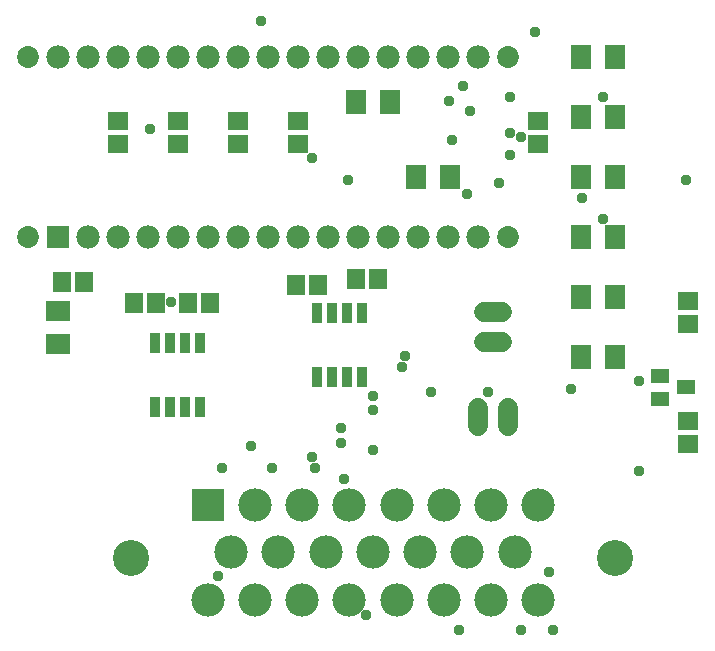
<source format=gbr>
G04 EAGLE Gerber X2 export*
%TF.Part,Single*%
%TF.FileFunction,Soldermask,Top,1*%
%TF.FilePolarity,Negative*%
%TF.GenerationSoftware,Autodesk,EAGLE,9.1.3*%
%TF.CreationDate,2020-03-05T03:51:44Z*%
G75*
%MOMM*%
%FSLAX34Y34*%
%LPD*%
%AMOC8*
5,1,8,0,0,1.08239X$1,22.5*%
G01*
%ADD10R,1.803200X2.006200*%
%ADD11C,1.727200*%
%ADD12R,1.981200X1.981200*%
%ADD13C,1.981200*%
%ADD14C,1.854200*%
%ADD15R,1.803200X1.503200*%
%ADD16R,1.703200X1.503200*%
%ADD17R,1.803200X2.003200*%
%ADD18C,3.053200*%
%ADD19R,2.828200X2.828200*%
%ADD20C,2.828200*%
%ADD21R,1.603200X1.203200*%
%ADD22R,2.006200X1.803200*%
%ADD23R,1.503200X1.703200*%
%ADD24R,0.903200X1.728200*%
%ADD25C,0.959600*%


D10*
X481080Y330200D03*
X509520Y330200D03*
X481080Y279400D03*
X509520Y279400D03*
X481080Y228600D03*
X509520Y228600D03*
X481080Y177800D03*
X509520Y177800D03*
D11*
X414020Y139700D02*
X398780Y139700D01*
X398780Y165100D02*
X414020Y165100D01*
X419100Y83820D02*
X419100Y68580D01*
X393700Y68580D02*
X393700Y83820D01*
D10*
X481080Y127000D03*
X509520Y127000D03*
D12*
X38100Y228600D03*
D13*
X63500Y228600D03*
X88900Y228600D03*
X114300Y228600D03*
X139700Y228600D03*
X165100Y228600D03*
X190500Y228600D03*
X215900Y228600D03*
X241300Y228600D03*
X266700Y228600D03*
X292100Y228600D03*
X317500Y228600D03*
X342900Y228600D03*
X368300Y228600D03*
X393700Y228600D03*
X38100Y381000D03*
X63500Y381000D03*
X88900Y381000D03*
X114300Y381000D03*
X139700Y381000D03*
X165100Y381000D03*
X190500Y381000D03*
X215900Y381000D03*
X241300Y381000D03*
X266700Y381000D03*
X292100Y381000D03*
X317500Y381000D03*
X342900Y381000D03*
X368300Y381000D03*
X393700Y381000D03*
D14*
X419100Y228600D03*
X419100Y381000D03*
X12700Y381000D03*
X12700Y228600D03*
D10*
X481080Y381000D03*
X509520Y381000D03*
D15*
X444500Y308000D03*
X444500Y327000D03*
D16*
X88900Y308000D03*
X88900Y327000D03*
X139700Y308000D03*
X139700Y327000D03*
X190500Y308000D03*
X190500Y327000D03*
X241300Y308000D03*
X241300Y327000D03*
D17*
X318800Y342900D03*
X290800Y342900D03*
X369600Y279400D03*
X341600Y279400D03*
D18*
X99800Y-43100D03*
D19*
X164800Y1900D03*
D20*
X204800Y1900D03*
X244800Y1900D03*
X284800Y1900D03*
X324800Y1900D03*
X364800Y1900D03*
X404800Y1900D03*
X444800Y1900D03*
X184800Y-38100D03*
X224800Y-38100D03*
X264800Y-38100D03*
X304800Y-38100D03*
X344800Y-38100D03*
X384800Y-38100D03*
X424800Y-38100D03*
X164800Y-78100D03*
X204800Y-78100D03*
X244800Y-78100D03*
X284800Y-78100D03*
X324800Y-78100D03*
X364800Y-78100D03*
X404800Y-78100D03*
X444800Y-78100D03*
D18*
X509800Y-43100D03*
D21*
X569800Y101600D03*
X547800Y92100D03*
X547800Y111100D03*
D16*
X571500Y54000D03*
X571500Y73000D03*
X571500Y155600D03*
X571500Y174600D03*
D22*
X38100Y138180D03*
X38100Y166620D03*
D23*
X41300Y190500D03*
X60300Y190500D03*
D24*
X158750Y138880D03*
X146050Y138880D03*
X133350Y138880D03*
X120650Y138880D03*
X120650Y84640D03*
X133350Y84640D03*
X146050Y84640D03*
X158750Y84640D03*
X295910Y164280D03*
X283210Y164280D03*
X270510Y164280D03*
X257810Y164280D03*
X257810Y110040D03*
X270510Y110040D03*
X283210Y110040D03*
X295910Y110040D03*
D23*
X166980Y172720D03*
X147980Y172720D03*
X121260Y172720D03*
X102260Y172720D03*
X309220Y193040D03*
X290220Y193040D03*
X258420Y187960D03*
X239420Y187960D03*
D25*
X210312Y411480D03*
X377952Y-103632D03*
X429768Y-103632D03*
X457200Y-103632D03*
X115824Y320040D03*
X283464Y277368D03*
X252984Y295656D03*
X134112Y173736D03*
X481584Y262128D03*
X499872Y243840D03*
X472440Y100584D03*
X304800Y82296D03*
X277368Y54864D03*
X256032Y33528D03*
X219456Y33528D03*
X201168Y51816D03*
X298704Y-91440D03*
X353568Y97536D03*
X304800Y48768D03*
X280416Y24384D03*
X387096Y335280D03*
X368808Y344424D03*
X371856Y310896D03*
X176784Y33528D03*
X332232Y128016D03*
X384048Y265176D03*
X441960Y402336D03*
X429768Y313944D03*
X411480Y274320D03*
X329184Y118872D03*
X304800Y94488D03*
X277368Y67056D03*
X252984Y42672D03*
X530352Y106680D03*
X530352Y30480D03*
X454152Y-54864D03*
X569976Y277368D03*
X499872Y347472D03*
X420624Y347472D03*
X381000Y356616D03*
X420624Y316992D03*
X420624Y298704D03*
X402336Y97536D03*
X173736Y-57912D03*
M02*

</source>
